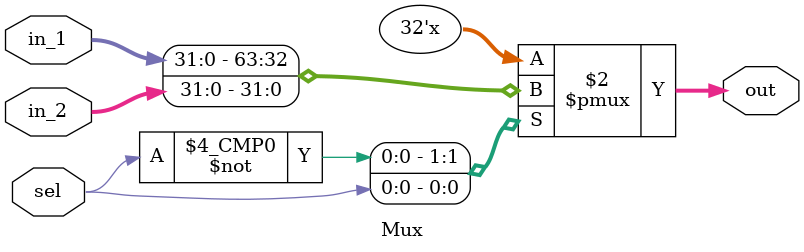
<source format=v>
module Mux (
    input sel,
    input [31:0] in_1,
    input [31:0] in_2,
    output reg [31:0] out
);

always @(*)
begin
    case(sel)
    1'b0:
    begin
        out = in_1;
    end
    1'b1:
    begin
        out = in_2;
    end
    endcase
end

endmodule
</source>
